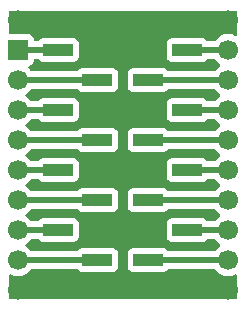
<source format=gbl>
G04 #@! TF.GenerationSoftware,KiCad,Pcbnew,9.0.6*
G04 #@! TF.CreationDate,2026-01-07T12:06:17-06:00*
G04 #@! TF.ProjectId,DHVQFN-16_4.15x3.65_P0.5,44485651-464e-42d3-9136-5f342e313578,rev?*
G04 #@! TF.SameCoordinates,Original*
G04 #@! TF.FileFunction,Copper,L2,Bot*
G04 #@! TF.FilePolarity,Positive*
%FSLAX46Y46*%
G04 Gerber Fmt 4.6, Leading zero omitted, Abs format (unit mm)*
G04 Created by KiCad (PCBNEW 9.0.6) date 2026-01-07 12:06:17*
%MOMM*%
%LPD*%
G01*
G04 APERTURE LIST*
G04 #@! TA.AperFunction,ComponentPad*
%ADD10C,0.508000*%
G04 #@! TD*
G04 #@! TA.AperFunction,ComponentPad*
%ADD11C,1.700000*%
G04 #@! TD*
G04 #@! TA.AperFunction,ComponentPad*
%ADD12R,1.700000X1.700000*%
G04 #@! TD*
G04 #@! TA.AperFunction,SMDPad,CuDef*
%ADD13R,2.510000X1.000000*%
G04 #@! TD*
G04 #@! TA.AperFunction,ViaPad*
%ADD14C,0.600000*%
G04 #@! TD*
G04 #@! TA.AperFunction,Conductor*
%ADD15C,0.500000*%
G04 #@! TD*
G04 APERTURE END LIST*
D10*
X132702300Y-111721900D03*
X132702300Y-112509300D03*
X132702300Y-113296700D03*
X133489700Y-111721900D03*
X133489700Y-112509300D03*
X133489700Y-113296700D03*
D11*
X124206000Y-99822000D03*
D12*
X124206000Y-102362000D03*
D11*
X124206000Y-104902000D03*
X124206000Y-107442000D03*
X124206000Y-109982000D03*
X124206000Y-112522000D03*
X124206000Y-115062000D03*
X124206000Y-117602000D03*
X124206000Y-120142000D03*
X124206000Y-122682000D03*
X141986000Y-99822000D03*
X141986000Y-102362000D03*
X141986000Y-104902000D03*
X141986000Y-107442000D03*
X141986000Y-109982000D03*
X141986000Y-112522000D03*
X141986000Y-115062000D03*
X141986000Y-117602000D03*
X141986000Y-120142000D03*
X141986000Y-122682000D03*
D13*
X130941000Y-99822000D03*
X127631000Y-102362000D03*
X130941000Y-104902000D03*
X127631000Y-107442000D03*
X130941000Y-109982000D03*
X127631000Y-112522000D03*
X130941000Y-115062000D03*
X127631000Y-117602000D03*
X130941000Y-120142000D03*
X127631000Y-122682000D03*
X135251000Y-99822000D03*
X138561000Y-102362000D03*
X135251000Y-104902000D03*
X138561000Y-107442000D03*
X135251000Y-109982000D03*
X138561000Y-112522000D03*
X135251000Y-115062000D03*
X138561000Y-117602000D03*
X135251000Y-120142000D03*
X138561000Y-122682000D03*
D14*
X133096000Y-118237000D03*
X133096000Y-106934000D03*
X133096000Y-100838000D03*
D15*
X138561000Y-117602000D02*
X141986000Y-117602000D01*
X127631000Y-107442000D02*
X124206000Y-107442000D01*
X124206000Y-115062000D02*
X130941000Y-115062000D01*
X130941000Y-120142000D02*
X124206000Y-120142000D01*
X127631000Y-102362000D02*
X124206000Y-102362000D01*
X127631000Y-117602000D02*
X124206000Y-117602000D01*
X124206000Y-104902000D02*
X130941000Y-104902000D01*
X141986000Y-120142000D02*
X135251000Y-120142000D01*
X138561000Y-107442000D02*
X141986000Y-107442000D01*
X141986000Y-104902000D02*
X135251000Y-104902000D01*
X127631000Y-112522000D02*
X124206000Y-112522000D01*
X124206000Y-109982000D02*
X130941000Y-109982000D01*
X141986000Y-109982000D02*
X135251000Y-109982000D01*
X138561000Y-112522000D02*
X141986000Y-112522000D01*
X141986000Y-115062000D02*
X135251000Y-115062000D01*
X124206000Y-99822000D02*
X141986000Y-99822000D01*
X124206000Y-122682000D02*
X141986000Y-122682000D01*
X138561000Y-102362000D02*
X141986000Y-102362000D01*
G04 #@! TA.AperFunction,Conductor*
G36*
X142698539Y-99035459D02*
G01*
X142744294Y-99088263D01*
X142755500Y-99139774D01*
X142755500Y-101036028D01*
X142735815Y-101103067D01*
X142683011Y-101148822D01*
X142613853Y-101158766D01*
X142575206Y-101146513D01*
X142504417Y-101110445D01*
X142504414Y-101110444D01*
X142504412Y-101110443D01*
X142302243Y-101044754D01*
X142302241Y-101044753D01*
X142302240Y-101044753D01*
X142140957Y-101019208D01*
X142092287Y-101011500D01*
X141879713Y-101011500D01*
X141831042Y-101019208D01*
X141669760Y-101044753D01*
X141467585Y-101110444D01*
X141278179Y-101206951D01*
X141106213Y-101331890D01*
X140955892Y-101482211D01*
X140899097Y-101560385D01*
X140843767Y-101603051D01*
X140798779Y-101611500D01*
X140315751Y-101611500D01*
X140248712Y-101591815D01*
X140216485Y-101561812D01*
X140173548Y-101504457D01*
X140173546Y-101504454D01*
X140173542Y-101504451D01*
X140058335Y-101418206D01*
X140058328Y-101418202D01*
X139923482Y-101367908D01*
X139923483Y-101367908D01*
X139863883Y-101361501D01*
X139863881Y-101361500D01*
X139863873Y-101361500D01*
X139863864Y-101361500D01*
X137258129Y-101361500D01*
X137258123Y-101361501D01*
X137198516Y-101367908D01*
X137063671Y-101418202D01*
X137063664Y-101418206D01*
X136948455Y-101504452D01*
X136948452Y-101504455D01*
X136862206Y-101619664D01*
X136862202Y-101619671D01*
X136811908Y-101754517D01*
X136805501Y-101814116D01*
X136805501Y-101814123D01*
X136805500Y-101814135D01*
X136805500Y-102909870D01*
X136805501Y-102909876D01*
X136811908Y-102969483D01*
X136862202Y-103104328D01*
X136862206Y-103104335D01*
X136948452Y-103219544D01*
X136948455Y-103219547D01*
X137063664Y-103305793D01*
X137063671Y-103305797D01*
X137198517Y-103356091D01*
X137198516Y-103356091D01*
X137205444Y-103356835D01*
X137258127Y-103362500D01*
X139863872Y-103362499D01*
X139923483Y-103356091D01*
X140058331Y-103305796D01*
X140173546Y-103219546D01*
X140211040Y-103169461D01*
X140216485Y-103162188D01*
X140272419Y-103120318D01*
X140315751Y-103112500D01*
X140798779Y-103112500D01*
X140865818Y-103132185D01*
X140899097Y-103163615D01*
X140955892Y-103241788D01*
X141106213Y-103392109D01*
X141278182Y-103517050D01*
X141286946Y-103521516D01*
X141337742Y-103569491D01*
X141354536Y-103637312D01*
X141331998Y-103703447D01*
X141286946Y-103742484D01*
X141278182Y-103746949D01*
X141106213Y-103871890D01*
X140955892Y-104022211D01*
X140899097Y-104100385D01*
X140843767Y-104143051D01*
X140798779Y-104151500D01*
X137005751Y-104151500D01*
X136938712Y-104131815D01*
X136906485Y-104101812D01*
X136863548Y-104044457D01*
X136863546Y-104044454D01*
X136863542Y-104044451D01*
X136748335Y-103958206D01*
X136748328Y-103958202D01*
X136613482Y-103907908D01*
X136613483Y-103907908D01*
X136553883Y-103901501D01*
X136553881Y-103901500D01*
X136553873Y-103901500D01*
X136553864Y-103901500D01*
X133948129Y-103901500D01*
X133948123Y-103901501D01*
X133888516Y-103907908D01*
X133753671Y-103958202D01*
X133753664Y-103958206D01*
X133638455Y-104044452D01*
X133638452Y-104044455D01*
X133552206Y-104159664D01*
X133552202Y-104159671D01*
X133501908Y-104294517D01*
X133495501Y-104354116D01*
X133495501Y-104354123D01*
X133495500Y-104354135D01*
X133495500Y-105449870D01*
X133495501Y-105449876D01*
X133501908Y-105509483D01*
X133552202Y-105644328D01*
X133552206Y-105644335D01*
X133638452Y-105759544D01*
X133638455Y-105759547D01*
X133753664Y-105845793D01*
X133753671Y-105845797D01*
X133888517Y-105896091D01*
X133888516Y-105896091D01*
X133895444Y-105896835D01*
X133948127Y-105902500D01*
X136553872Y-105902499D01*
X136613483Y-105896091D01*
X136748331Y-105845796D01*
X136863546Y-105759546D01*
X136890227Y-105723903D01*
X136906485Y-105702188D01*
X136962419Y-105660318D01*
X137005751Y-105652500D01*
X140798779Y-105652500D01*
X140865818Y-105672185D01*
X140899097Y-105703615D01*
X140955892Y-105781788D01*
X141106213Y-105932109D01*
X141278182Y-106057050D01*
X141286946Y-106061516D01*
X141337742Y-106109491D01*
X141354536Y-106177312D01*
X141331998Y-106243447D01*
X141286946Y-106282484D01*
X141278182Y-106286949D01*
X141106213Y-106411890D01*
X140955892Y-106562211D01*
X140899097Y-106640385D01*
X140843767Y-106683051D01*
X140798779Y-106691500D01*
X140315751Y-106691500D01*
X140248712Y-106671815D01*
X140216485Y-106641812D01*
X140173548Y-106584457D01*
X140173546Y-106584454D01*
X140173542Y-106584451D01*
X140058335Y-106498206D01*
X140058328Y-106498202D01*
X139923482Y-106447908D01*
X139923483Y-106447908D01*
X139863883Y-106441501D01*
X139863881Y-106441500D01*
X139863873Y-106441500D01*
X139863864Y-106441500D01*
X137258129Y-106441500D01*
X137258123Y-106441501D01*
X137198516Y-106447908D01*
X137063671Y-106498202D01*
X137063664Y-106498206D01*
X136948455Y-106584452D01*
X136948452Y-106584455D01*
X136862206Y-106699664D01*
X136862202Y-106699671D01*
X136811908Y-106834517D01*
X136805501Y-106894116D01*
X136805501Y-106894123D01*
X136805500Y-106894135D01*
X136805500Y-107989870D01*
X136805501Y-107989876D01*
X136811908Y-108049483D01*
X136862202Y-108184328D01*
X136862206Y-108184335D01*
X136948452Y-108299544D01*
X136948455Y-108299547D01*
X137063664Y-108385793D01*
X137063671Y-108385797D01*
X137198517Y-108436091D01*
X137198516Y-108436091D01*
X137205444Y-108436835D01*
X137258127Y-108442500D01*
X139863872Y-108442499D01*
X139923483Y-108436091D01*
X140058331Y-108385796D01*
X140173546Y-108299546D01*
X140200227Y-108263903D01*
X140216485Y-108242188D01*
X140272419Y-108200318D01*
X140315751Y-108192500D01*
X140798779Y-108192500D01*
X140865818Y-108212185D01*
X140899097Y-108243615D01*
X140955892Y-108321788D01*
X141106213Y-108472109D01*
X141278182Y-108597050D01*
X141286946Y-108601516D01*
X141337742Y-108649491D01*
X141354536Y-108717312D01*
X141331998Y-108783447D01*
X141286946Y-108822484D01*
X141278182Y-108826949D01*
X141106213Y-108951890D01*
X140955892Y-109102211D01*
X140899097Y-109180385D01*
X140843767Y-109223051D01*
X140798779Y-109231500D01*
X137005751Y-109231500D01*
X136938712Y-109211815D01*
X136906485Y-109181812D01*
X136863548Y-109124457D01*
X136863546Y-109124454D01*
X136863542Y-109124451D01*
X136748335Y-109038206D01*
X136748328Y-109038202D01*
X136613482Y-108987908D01*
X136613483Y-108987908D01*
X136553883Y-108981501D01*
X136553881Y-108981500D01*
X136553873Y-108981500D01*
X136553864Y-108981500D01*
X133948129Y-108981500D01*
X133948123Y-108981501D01*
X133888516Y-108987908D01*
X133753671Y-109038202D01*
X133753664Y-109038206D01*
X133638455Y-109124452D01*
X133638452Y-109124455D01*
X133552206Y-109239664D01*
X133552202Y-109239671D01*
X133501908Y-109374517D01*
X133495501Y-109434116D01*
X133495501Y-109434123D01*
X133495500Y-109434135D01*
X133495500Y-110529870D01*
X133495501Y-110529876D01*
X133501908Y-110589483D01*
X133552202Y-110724328D01*
X133552206Y-110724335D01*
X133638452Y-110839544D01*
X133638455Y-110839547D01*
X133753664Y-110925793D01*
X133753671Y-110925797D01*
X133888517Y-110976091D01*
X133888516Y-110976091D01*
X133895444Y-110976835D01*
X133948127Y-110982500D01*
X136553872Y-110982499D01*
X136613483Y-110976091D01*
X136748331Y-110925796D01*
X136863546Y-110839546D01*
X136890227Y-110803903D01*
X136906485Y-110782188D01*
X136962419Y-110740318D01*
X137005751Y-110732500D01*
X140798779Y-110732500D01*
X140865818Y-110752185D01*
X140899097Y-110783615D01*
X140955892Y-110861788D01*
X141106213Y-111012109D01*
X141278182Y-111137050D01*
X141286946Y-111141516D01*
X141337742Y-111189491D01*
X141354536Y-111257312D01*
X141331998Y-111323447D01*
X141286946Y-111362484D01*
X141278182Y-111366949D01*
X141106213Y-111491890D01*
X140955892Y-111642211D01*
X140899097Y-111720385D01*
X140843767Y-111763051D01*
X140798779Y-111771500D01*
X140315751Y-111771500D01*
X140248712Y-111751815D01*
X140216485Y-111721812D01*
X140173548Y-111664457D01*
X140173546Y-111664454D01*
X140173542Y-111664451D01*
X140058335Y-111578206D01*
X140058328Y-111578202D01*
X139923482Y-111527908D01*
X139923483Y-111527908D01*
X139863883Y-111521501D01*
X139863881Y-111521500D01*
X139863873Y-111521500D01*
X139863864Y-111521500D01*
X137258129Y-111521500D01*
X137258123Y-111521501D01*
X137198516Y-111527908D01*
X137063671Y-111578202D01*
X137063664Y-111578206D01*
X136948455Y-111664452D01*
X136948452Y-111664455D01*
X136862206Y-111779664D01*
X136862202Y-111779671D01*
X136811908Y-111914517D01*
X136805501Y-111974116D01*
X136805501Y-111974123D01*
X136805500Y-111974135D01*
X136805500Y-113069870D01*
X136805501Y-113069876D01*
X136811908Y-113129483D01*
X136862202Y-113264328D01*
X136862206Y-113264335D01*
X136948452Y-113379544D01*
X136948455Y-113379547D01*
X137063664Y-113465793D01*
X137063671Y-113465797D01*
X137198517Y-113516091D01*
X137198516Y-113516091D01*
X137205444Y-113516835D01*
X137258127Y-113522500D01*
X139863872Y-113522499D01*
X139923483Y-113516091D01*
X140058331Y-113465796D01*
X140173546Y-113379546D01*
X140200227Y-113343903D01*
X140216485Y-113322188D01*
X140272419Y-113280318D01*
X140315751Y-113272500D01*
X140798779Y-113272500D01*
X140865818Y-113292185D01*
X140899097Y-113323615D01*
X140955892Y-113401788D01*
X141106213Y-113552109D01*
X141278182Y-113677050D01*
X141286946Y-113681516D01*
X141337742Y-113729491D01*
X141354536Y-113797312D01*
X141331998Y-113863447D01*
X141286946Y-113902484D01*
X141278182Y-113906949D01*
X141106213Y-114031890D01*
X140955892Y-114182211D01*
X140899097Y-114260385D01*
X140843767Y-114303051D01*
X140798779Y-114311500D01*
X137005751Y-114311500D01*
X136938712Y-114291815D01*
X136906485Y-114261812D01*
X136863548Y-114204457D01*
X136863546Y-114204454D01*
X136863542Y-114204451D01*
X136748335Y-114118206D01*
X136748328Y-114118202D01*
X136613482Y-114067908D01*
X136613483Y-114067908D01*
X136553883Y-114061501D01*
X136553881Y-114061500D01*
X136553873Y-114061500D01*
X136553864Y-114061500D01*
X133948129Y-114061500D01*
X133948123Y-114061501D01*
X133888516Y-114067908D01*
X133753671Y-114118202D01*
X133753664Y-114118206D01*
X133638455Y-114204452D01*
X133638452Y-114204455D01*
X133552206Y-114319664D01*
X133552202Y-114319671D01*
X133501908Y-114454517D01*
X133495501Y-114514116D01*
X133495501Y-114514123D01*
X133495500Y-114514135D01*
X133495500Y-115609870D01*
X133495501Y-115609876D01*
X133501908Y-115669483D01*
X133552202Y-115804328D01*
X133552206Y-115804335D01*
X133638452Y-115919544D01*
X133638455Y-115919547D01*
X133753664Y-116005793D01*
X133753671Y-116005797D01*
X133888517Y-116056091D01*
X133888516Y-116056091D01*
X133895444Y-116056835D01*
X133948127Y-116062500D01*
X136553872Y-116062499D01*
X136613483Y-116056091D01*
X136748331Y-116005796D01*
X136863546Y-115919546D01*
X136890227Y-115883903D01*
X136906485Y-115862188D01*
X136962419Y-115820318D01*
X137005751Y-115812500D01*
X140798779Y-115812500D01*
X140865818Y-115832185D01*
X140899097Y-115863615D01*
X140955892Y-115941788D01*
X141106213Y-116092109D01*
X141278182Y-116217050D01*
X141286946Y-116221516D01*
X141337742Y-116269491D01*
X141354536Y-116337312D01*
X141331998Y-116403447D01*
X141286946Y-116442484D01*
X141278182Y-116446949D01*
X141106213Y-116571890D01*
X140955892Y-116722211D01*
X140899097Y-116800385D01*
X140843767Y-116843051D01*
X140798779Y-116851500D01*
X140315751Y-116851500D01*
X140248712Y-116831815D01*
X140216485Y-116801812D01*
X140173548Y-116744457D01*
X140173546Y-116744454D01*
X140173542Y-116744451D01*
X140058335Y-116658206D01*
X140058328Y-116658202D01*
X139923482Y-116607908D01*
X139923483Y-116607908D01*
X139863883Y-116601501D01*
X139863881Y-116601500D01*
X139863873Y-116601500D01*
X139863864Y-116601500D01*
X137258129Y-116601500D01*
X137258123Y-116601501D01*
X137198516Y-116607908D01*
X137063671Y-116658202D01*
X137063664Y-116658206D01*
X136948455Y-116744452D01*
X136948452Y-116744455D01*
X136862206Y-116859664D01*
X136862202Y-116859671D01*
X136811908Y-116994517D01*
X136805501Y-117054116D01*
X136805501Y-117054123D01*
X136805500Y-117054135D01*
X136805500Y-118149870D01*
X136805501Y-118149876D01*
X136811908Y-118209483D01*
X136862202Y-118344328D01*
X136862206Y-118344335D01*
X136948452Y-118459544D01*
X136948455Y-118459547D01*
X137063664Y-118545793D01*
X137063671Y-118545797D01*
X137198517Y-118596091D01*
X137198516Y-118596091D01*
X137205444Y-118596835D01*
X137258127Y-118602500D01*
X139863872Y-118602499D01*
X139923483Y-118596091D01*
X140058331Y-118545796D01*
X140173546Y-118459546D01*
X140200227Y-118423903D01*
X140216485Y-118402188D01*
X140272419Y-118360318D01*
X140315751Y-118352500D01*
X140798779Y-118352500D01*
X140865818Y-118372185D01*
X140899097Y-118403615D01*
X140955892Y-118481788D01*
X141106213Y-118632109D01*
X141278182Y-118757050D01*
X141286946Y-118761516D01*
X141337742Y-118809491D01*
X141354536Y-118877312D01*
X141331998Y-118943447D01*
X141286946Y-118982484D01*
X141278182Y-118986949D01*
X141106213Y-119111890D01*
X140955892Y-119262211D01*
X140899097Y-119340385D01*
X140843767Y-119383051D01*
X140798779Y-119391500D01*
X137005751Y-119391500D01*
X136938712Y-119371815D01*
X136906485Y-119341812D01*
X136863548Y-119284457D01*
X136863546Y-119284454D01*
X136863542Y-119284451D01*
X136748335Y-119198206D01*
X136748328Y-119198202D01*
X136613482Y-119147908D01*
X136613483Y-119147908D01*
X136553883Y-119141501D01*
X136553881Y-119141500D01*
X136553873Y-119141500D01*
X136553864Y-119141500D01*
X133948129Y-119141500D01*
X133948123Y-119141501D01*
X133888516Y-119147908D01*
X133753671Y-119198202D01*
X133753664Y-119198206D01*
X133638455Y-119284452D01*
X133638452Y-119284455D01*
X133552206Y-119399664D01*
X133552202Y-119399671D01*
X133501908Y-119534517D01*
X133495501Y-119594116D01*
X133495501Y-119594123D01*
X133495500Y-119594135D01*
X133495500Y-120689870D01*
X133495501Y-120689876D01*
X133501908Y-120749483D01*
X133552202Y-120884328D01*
X133552206Y-120884335D01*
X133638452Y-120999544D01*
X133638455Y-120999547D01*
X133753664Y-121085793D01*
X133753671Y-121085797D01*
X133888517Y-121136091D01*
X133888516Y-121136091D01*
X133895444Y-121136835D01*
X133948127Y-121142500D01*
X136553872Y-121142499D01*
X136613483Y-121136091D01*
X136748331Y-121085796D01*
X136863546Y-120999546D01*
X136890227Y-120963903D01*
X136906485Y-120942188D01*
X136962419Y-120900318D01*
X137005751Y-120892500D01*
X140798779Y-120892500D01*
X140865818Y-120912185D01*
X140899097Y-120943615D01*
X140955892Y-121021788D01*
X141106213Y-121172109D01*
X141278179Y-121297048D01*
X141278181Y-121297049D01*
X141278184Y-121297051D01*
X141467588Y-121393557D01*
X141669757Y-121459246D01*
X141879713Y-121492500D01*
X141879714Y-121492500D01*
X142092286Y-121492500D01*
X142092287Y-121492500D01*
X142302243Y-121459246D01*
X142504412Y-121393557D01*
X142575205Y-121357485D01*
X142643874Y-121344590D01*
X142708614Y-121370866D01*
X142748872Y-121427972D01*
X142755500Y-121467971D01*
X142755500Y-123290774D01*
X142735815Y-123357813D01*
X142683011Y-123403568D01*
X142631500Y-123414774D01*
X123560500Y-123414774D01*
X123493461Y-123395089D01*
X123447706Y-123342285D01*
X123436500Y-123290774D01*
X123436500Y-121467971D01*
X123456185Y-121400932D01*
X123508989Y-121355177D01*
X123578147Y-121345233D01*
X123616793Y-121357485D01*
X123687588Y-121393557D01*
X123889757Y-121459246D01*
X124099713Y-121492500D01*
X124099714Y-121492500D01*
X124312286Y-121492500D01*
X124312287Y-121492500D01*
X124522243Y-121459246D01*
X124724412Y-121393557D01*
X124913816Y-121297051D01*
X124935789Y-121281086D01*
X125085786Y-121172109D01*
X125085788Y-121172106D01*
X125085792Y-121172104D01*
X125236104Y-121021792D01*
X125252266Y-120999547D01*
X125292903Y-120943615D01*
X125348233Y-120900949D01*
X125393221Y-120892500D01*
X129186249Y-120892500D01*
X129253288Y-120912185D01*
X129285515Y-120942188D01*
X129328451Y-120999542D01*
X129328454Y-120999546D01*
X129328457Y-120999548D01*
X129443664Y-121085793D01*
X129443671Y-121085797D01*
X129578517Y-121136091D01*
X129578516Y-121136091D01*
X129585444Y-121136835D01*
X129638127Y-121142500D01*
X132243872Y-121142499D01*
X132303483Y-121136091D01*
X132438331Y-121085796D01*
X132553546Y-120999546D01*
X132639796Y-120884331D01*
X132690091Y-120749483D01*
X132696500Y-120689873D01*
X132696499Y-119594128D01*
X132690091Y-119534517D01*
X132639796Y-119399669D01*
X132639795Y-119399668D01*
X132639793Y-119399664D01*
X132553547Y-119284455D01*
X132553544Y-119284452D01*
X132438335Y-119198206D01*
X132438328Y-119198202D01*
X132303482Y-119147908D01*
X132303483Y-119147908D01*
X132243883Y-119141501D01*
X132243881Y-119141500D01*
X132243873Y-119141500D01*
X132243864Y-119141500D01*
X129638129Y-119141500D01*
X129638123Y-119141501D01*
X129578516Y-119147908D01*
X129443671Y-119198202D01*
X129443664Y-119198206D01*
X129328457Y-119284451D01*
X129328451Y-119284457D01*
X129285515Y-119341812D01*
X129229581Y-119383682D01*
X129186249Y-119391500D01*
X125393221Y-119391500D01*
X125326182Y-119371815D01*
X125292903Y-119340385D01*
X125236107Y-119262211D01*
X125085786Y-119111890D01*
X124913820Y-118986951D01*
X124913115Y-118986591D01*
X124905054Y-118982485D01*
X124854259Y-118934512D01*
X124837463Y-118866692D01*
X124859999Y-118800556D01*
X124905054Y-118761515D01*
X124913816Y-118757051D01*
X124935789Y-118741086D01*
X125085786Y-118632109D01*
X125085788Y-118632106D01*
X125085792Y-118632104D01*
X125236104Y-118481792D01*
X125252266Y-118459547D01*
X125292903Y-118403615D01*
X125348233Y-118360949D01*
X125393221Y-118352500D01*
X125876249Y-118352500D01*
X125943288Y-118372185D01*
X125975515Y-118402188D01*
X126018451Y-118459542D01*
X126018454Y-118459546D01*
X126018457Y-118459548D01*
X126133664Y-118545793D01*
X126133671Y-118545797D01*
X126268517Y-118596091D01*
X126268516Y-118596091D01*
X126275444Y-118596835D01*
X126328127Y-118602500D01*
X128933872Y-118602499D01*
X128993483Y-118596091D01*
X129128331Y-118545796D01*
X129243546Y-118459546D01*
X129329796Y-118344331D01*
X129380091Y-118209483D01*
X129386500Y-118149873D01*
X129386499Y-117054128D01*
X129380091Y-116994517D01*
X129329796Y-116859669D01*
X129329795Y-116859668D01*
X129329793Y-116859664D01*
X129243547Y-116744455D01*
X129243544Y-116744452D01*
X129128335Y-116658206D01*
X129128328Y-116658202D01*
X128993482Y-116607908D01*
X128993483Y-116607908D01*
X128933883Y-116601501D01*
X128933881Y-116601500D01*
X128933873Y-116601500D01*
X128933864Y-116601500D01*
X126328129Y-116601500D01*
X126328123Y-116601501D01*
X126268516Y-116607908D01*
X126133671Y-116658202D01*
X126133664Y-116658206D01*
X126018457Y-116744451D01*
X126018451Y-116744457D01*
X125975515Y-116801812D01*
X125919581Y-116843682D01*
X125876249Y-116851500D01*
X125393221Y-116851500D01*
X125326182Y-116831815D01*
X125292903Y-116800385D01*
X125236107Y-116722211D01*
X125085786Y-116571890D01*
X124913820Y-116446951D01*
X124913115Y-116446591D01*
X124905054Y-116442485D01*
X124854259Y-116394512D01*
X124837463Y-116326692D01*
X124859999Y-116260556D01*
X124905054Y-116221515D01*
X124913816Y-116217051D01*
X124935789Y-116201086D01*
X125085786Y-116092109D01*
X125085788Y-116092106D01*
X125085792Y-116092104D01*
X125236104Y-115941792D01*
X125252266Y-115919547D01*
X125292903Y-115863615D01*
X125348233Y-115820949D01*
X125393221Y-115812500D01*
X129186249Y-115812500D01*
X129253288Y-115832185D01*
X129285515Y-115862188D01*
X129328451Y-115919542D01*
X129328454Y-115919546D01*
X129328457Y-115919548D01*
X129443664Y-116005793D01*
X129443671Y-116005797D01*
X129578517Y-116056091D01*
X129578516Y-116056091D01*
X129585444Y-116056835D01*
X129638127Y-116062500D01*
X132243872Y-116062499D01*
X132303483Y-116056091D01*
X132438331Y-116005796D01*
X132553546Y-115919546D01*
X132639796Y-115804331D01*
X132690091Y-115669483D01*
X132696500Y-115609873D01*
X132696499Y-114514128D01*
X132690091Y-114454517D01*
X132639796Y-114319669D01*
X132639795Y-114319668D01*
X132639793Y-114319664D01*
X132553547Y-114204455D01*
X132553544Y-114204452D01*
X132438335Y-114118206D01*
X132438328Y-114118202D01*
X132303482Y-114067908D01*
X132303483Y-114067908D01*
X132243883Y-114061501D01*
X132243881Y-114061500D01*
X132243873Y-114061500D01*
X132243864Y-114061500D01*
X129638129Y-114061500D01*
X129638123Y-114061501D01*
X129578516Y-114067908D01*
X129443671Y-114118202D01*
X129443664Y-114118206D01*
X129328457Y-114204451D01*
X129328451Y-114204457D01*
X129285515Y-114261812D01*
X129229581Y-114303682D01*
X129186249Y-114311500D01*
X125393221Y-114311500D01*
X125326182Y-114291815D01*
X125292903Y-114260385D01*
X125236107Y-114182211D01*
X125099896Y-114046000D01*
X131572000Y-114046000D01*
X134620000Y-114046000D01*
X134620000Y-110998000D01*
X131572000Y-110998000D01*
X131572000Y-114046000D01*
X125099896Y-114046000D01*
X125085786Y-114031890D01*
X124913820Y-113906951D01*
X124913115Y-113906591D01*
X124905054Y-113902485D01*
X124854259Y-113854512D01*
X124837463Y-113786692D01*
X124859999Y-113720556D01*
X124905054Y-113681515D01*
X124913816Y-113677051D01*
X124935789Y-113661086D01*
X125085786Y-113552109D01*
X125085788Y-113552106D01*
X125085792Y-113552104D01*
X125236104Y-113401792D01*
X125252266Y-113379547D01*
X125292903Y-113323615D01*
X125348233Y-113280949D01*
X125393221Y-113272500D01*
X125876249Y-113272500D01*
X125943288Y-113292185D01*
X125975515Y-113322188D01*
X126018451Y-113379542D01*
X126018454Y-113379546D01*
X126018457Y-113379548D01*
X126133664Y-113465793D01*
X126133671Y-113465797D01*
X126268517Y-113516091D01*
X126268516Y-113516091D01*
X126275444Y-113516835D01*
X126328127Y-113522500D01*
X128933872Y-113522499D01*
X128993483Y-113516091D01*
X129128331Y-113465796D01*
X129243546Y-113379546D01*
X129329796Y-113264331D01*
X129380091Y-113129483D01*
X129386500Y-113069873D01*
X129386499Y-111974128D01*
X129380091Y-111914517D01*
X129329796Y-111779669D01*
X129329795Y-111779668D01*
X129329793Y-111779664D01*
X129243547Y-111664455D01*
X129243544Y-111664452D01*
X129128335Y-111578206D01*
X129128328Y-111578202D01*
X128993482Y-111527908D01*
X128993483Y-111527908D01*
X128933883Y-111521501D01*
X128933881Y-111521500D01*
X128933873Y-111521500D01*
X128933864Y-111521500D01*
X126328129Y-111521500D01*
X126328123Y-111521501D01*
X126268516Y-111527908D01*
X126133671Y-111578202D01*
X126133664Y-111578206D01*
X126018457Y-111664451D01*
X126018451Y-111664457D01*
X125975515Y-111721812D01*
X125919581Y-111763682D01*
X125876249Y-111771500D01*
X125393221Y-111771500D01*
X125326182Y-111751815D01*
X125292903Y-111720385D01*
X125236107Y-111642211D01*
X125085786Y-111491890D01*
X124913820Y-111366951D01*
X124913115Y-111366591D01*
X124905054Y-111362485D01*
X124854259Y-111314512D01*
X124837463Y-111246692D01*
X124859999Y-111180556D01*
X124905054Y-111141515D01*
X124913816Y-111137051D01*
X124935789Y-111121086D01*
X125085786Y-111012109D01*
X125085788Y-111012106D01*
X125085792Y-111012104D01*
X125236104Y-110861792D01*
X125252266Y-110839547D01*
X125292903Y-110783615D01*
X125348233Y-110740949D01*
X125393221Y-110732500D01*
X129186249Y-110732500D01*
X129253288Y-110752185D01*
X129285515Y-110782188D01*
X129328451Y-110839542D01*
X129328454Y-110839546D01*
X129328457Y-110839548D01*
X129443664Y-110925793D01*
X129443671Y-110925797D01*
X129578517Y-110976091D01*
X129578516Y-110976091D01*
X129585444Y-110976835D01*
X129638127Y-110982500D01*
X132243872Y-110982499D01*
X132303483Y-110976091D01*
X132438331Y-110925796D01*
X132553546Y-110839546D01*
X132639796Y-110724331D01*
X132690091Y-110589483D01*
X132696500Y-110529873D01*
X132696499Y-109434128D01*
X132690091Y-109374517D01*
X132639796Y-109239669D01*
X132639795Y-109239668D01*
X132639793Y-109239664D01*
X132553547Y-109124455D01*
X132553544Y-109124452D01*
X132438335Y-109038206D01*
X132438328Y-109038202D01*
X132303482Y-108987908D01*
X132303483Y-108987908D01*
X132243883Y-108981501D01*
X132243881Y-108981500D01*
X132243873Y-108981500D01*
X132243864Y-108981500D01*
X129638129Y-108981500D01*
X129638123Y-108981501D01*
X129578516Y-108987908D01*
X129443671Y-109038202D01*
X129443664Y-109038206D01*
X129328457Y-109124451D01*
X129328451Y-109124457D01*
X129285515Y-109181812D01*
X129229581Y-109223682D01*
X129186249Y-109231500D01*
X125393221Y-109231500D01*
X125326182Y-109211815D01*
X125292903Y-109180385D01*
X125236107Y-109102211D01*
X125085786Y-108951890D01*
X124913820Y-108826951D01*
X124913115Y-108826591D01*
X124905054Y-108822485D01*
X124854259Y-108774512D01*
X124837463Y-108706692D01*
X124859999Y-108640556D01*
X124905054Y-108601515D01*
X124913816Y-108597051D01*
X124935789Y-108581086D01*
X125085786Y-108472109D01*
X125085788Y-108472106D01*
X125085792Y-108472104D01*
X125236104Y-108321792D01*
X125252266Y-108299547D01*
X125292903Y-108243615D01*
X125348233Y-108200949D01*
X125393221Y-108192500D01*
X125876249Y-108192500D01*
X125943288Y-108212185D01*
X125975515Y-108242188D01*
X126018451Y-108299542D01*
X126018454Y-108299546D01*
X126018457Y-108299548D01*
X126133664Y-108385793D01*
X126133671Y-108385797D01*
X126268517Y-108436091D01*
X126268516Y-108436091D01*
X126275444Y-108436835D01*
X126328127Y-108442500D01*
X128933872Y-108442499D01*
X128993483Y-108436091D01*
X129128331Y-108385796D01*
X129243546Y-108299546D01*
X129329796Y-108184331D01*
X129380091Y-108049483D01*
X129386500Y-107989873D01*
X129386499Y-106894128D01*
X129380091Y-106834517D01*
X129329796Y-106699669D01*
X129329795Y-106699668D01*
X129329793Y-106699664D01*
X129243547Y-106584455D01*
X129243544Y-106584452D01*
X129128335Y-106498206D01*
X129128328Y-106498202D01*
X128993482Y-106447908D01*
X128993483Y-106447908D01*
X128933883Y-106441501D01*
X128933881Y-106441500D01*
X128933873Y-106441500D01*
X128933864Y-106441500D01*
X126328129Y-106441500D01*
X126328123Y-106441501D01*
X126268516Y-106447908D01*
X126133671Y-106498202D01*
X126133664Y-106498206D01*
X126018457Y-106584451D01*
X126018451Y-106584457D01*
X125975515Y-106641812D01*
X125919581Y-106683682D01*
X125876249Y-106691500D01*
X125393221Y-106691500D01*
X125326182Y-106671815D01*
X125292903Y-106640385D01*
X125236107Y-106562211D01*
X125085786Y-106411890D01*
X124913820Y-106286951D01*
X124913115Y-106286591D01*
X124905054Y-106282485D01*
X124854259Y-106234512D01*
X124837463Y-106166692D01*
X124859999Y-106100556D01*
X124905054Y-106061515D01*
X124913816Y-106057051D01*
X124935789Y-106041086D01*
X125085786Y-105932109D01*
X125085788Y-105932106D01*
X125085792Y-105932104D01*
X125236104Y-105781792D01*
X125252266Y-105759547D01*
X125292903Y-105703615D01*
X125348233Y-105660949D01*
X125393221Y-105652500D01*
X129186249Y-105652500D01*
X129253288Y-105672185D01*
X129285515Y-105702188D01*
X129328451Y-105759542D01*
X129328454Y-105759546D01*
X129328457Y-105759548D01*
X129443664Y-105845793D01*
X129443671Y-105845797D01*
X129578517Y-105896091D01*
X129578516Y-105896091D01*
X129585444Y-105896835D01*
X129638127Y-105902500D01*
X132243872Y-105902499D01*
X132303483Y-105896091D01*
X132438331Y-105845796D01*
X132553546Y-105759546D01*
X132639796Y-105644331D01*
X132690091Y-105509483D01*
X132696500Y-105449873D01*
X132696499Y-104354128D01*
X132690091Y-104294517D01*
X132639796Y-104159669D01*
X132639795Y-104159668D01*
X132639793Y-104159664D01*
X132553547Y-104044455D01*
X132553544Y-104044452D01*
X132438335Y-103958206D01*
X132438328Y-103958202D01*
X132303482Y-103907908D01*
X132303483Y-103907908D01*
X132243883Y-103901501D01*
X132243881Y-103901500D01*
X132243873Y-103901500D01*
X132243864Y-103901500D01*
X129638129Y-103901500D01*
X129638123Y-103901501D01*
X129578516Y-103907908D01*
X129443671Y-103958202D01*
X129443664Y-103958206D01*
X129328457Y-104044451D01*
X129328451Y-104044457D01*
X129285515Y-104101812D01*
X129229581Y-104143682D01*
X129186249Y-104151500D01*
X125393221Y-104151500D01*
X125326182Y-104131815D01*
X125292903Y-104100385D01*
X125236107Y-104022211D01*
X125122569Y-103908673D01*
X125089084Y-103847350D01*
X125094068Y-103777658D01*
X125135940Y-103721725D01*
X125166915Y-103704810D01*
X125298331Y-103655796D01*
X125413546Y-103569546D01*
X125499796Y-103454331D01*
X125550091Y-103319483D01*
X125556500Y-103259873D01*
X125556500Y-103236500D01*
X125559050Y-103227814D01*
X125557762Y-103218853D01*
X125568740Y-103194812D01*
X125576185Y-103169461D01*
X125583025Y-103163533D01*
X125586787Y-103155297D01*
X125609021Y-103141007D01*
X125628989Y-103123706D01*
X125639503Y-103121418D01*
X125645565Y-103117523D01*
X125680500Y-103112500D01*
X125876249Y-103112500D01*
X125943288Y-103132185D01*
X125975515Y-103162188D01*
X125980960Y-103169461D01*
X126018454Y-103219546D01*
X126018457Y-103219548D01*
X126133664Y-103305793D01*
X126133671Y-103305797D01*
X126268517Y-103356091D01*
X126268516Y-103356091D01*
X126275444Y-103356835D01*
X126328127Y-103362500D01*
X128933872Y-103362499D01*
X128993483Y-103356091D01*
X129128331Y-103305796D01*
X129243546Y-103219546D01*
X129329796Y-103104331D01*
X129380091Y-102969483D01*
X129386500Y-102909873D01*
X129386499Y-101814128D01*
X129380091Y-101754517D01*
X129329796Y-101619669D01*
X129329795Y-101619668D01*
X129329793Y-101619664D01*
X129243547Y-101504455D01*
X129243544Y-101504452D01*
X129128335Y-101418206D01*
X129128328Y-101418202D01*
X128993482Y-101367908D01*
X128993483Y-101367908D01*
X128933883Y-101361501D01*
X128933881Y-101361500D01*
X128933873Y-101361500D01*
X128933864Y-101361500D01*
X126328129Y-101361500D01*
X126328123Y-101361501D01*
X126268516Y-101367908D01*
X126133671Y-101418202D01*
X126133664Y-101418206D01*
X126018457Y-101504451D01*
X126018451Y-101504457D01*
X125975515Y-101561812D01*
X125971859Y-101564548D01*
X125969962Y-101568703D01*
X125944144Y-101585294D01*
X125919581Y-101603682D01*
X125913953Y-101604697D01*
X125911184Y-101606477D01*
X125876249Y-101611500D01*
X125680499Y-101611500D01*
X125613460Y-101591815D01*
X125567705Y-101539011D01*
X125556499Y-101487500D01*
X125556499Y-101464129D01*
X125556498Y-101464123D01*
X125550091Y-101404516D01*
X125499797Y-101269671D01*
X125499793Y-101269664D01*
X125413547Y-101154455D01*
X125413544Y-101154452D01*
X125298335Y-101068206D01*
X125298328Y-101068202D01*
X125163482Y-101017908D01*
X125163483Y-101017908D01*
X125103883Y-101011501D01*
X125103881Y-101011500D01*
X125103873Y-101011500D01*
X125103865Y-101011500D01*
X123560500Y-101011500D01*
X123493461Y-100991815D01*
X123447706Y-100939011D01*
X123436500Y-100887500D01*
X123436500Y-99139774D01*
X123456185Y-99072735D01*
X123508989Y-99026980D01*
X123560500Y-99015774D01*
X142631500Y-99015774D01*
X142698539Y-99035459D01*
G37*
G04 #@! TD.AperFunction*
G04 #@! TA.AperFunction,Conductor*
G36*
X134309039Y-104426685D02*
G01*
X134354794Y-104479489D01*
X134366000Y-104531000D01*
X134366000Y-105272999D01*
X134363449Y-105281684D01*
X134364738Y-105290646D01*
X134353759Y-105314686D01*
X134346315Y-105340038D01*
X134339474Y-105345965D01*
X134335713Y-105354202D01*
X134313478Y-105368491D01*
X134293511Y-105385793D01*
X134282996Y-105388080D01*
X134276935Y-105391976D01*
X134242000Y-105396999D01*
X134125000Y-105396999D01*
X134057961Y-105377314D01*
X134012206Y-105324510D01*
X134001000Y-105272999D01*
X134001000Y-104531000D01*
X134020685Y-104463961D01*
X134073489Y-104418206D01*
X134125000Y-104407000D01*
X134242000Y-104407000D01*
X134309039Y-104426685D01*
G37*
G04 #@! TD.AperFunction*
G04 #@! TA.AperFunction,Conductor*
G36*
X134620000Y-114046000D02*
G01*
X131572000Y-114046000D01*
X131572000Y-110998000D01*
X134620000Y-110998000D01*
X134620000Y-114046000D01*
G37*
G04 #@! TD.AperFunction*
M02*

</source>
